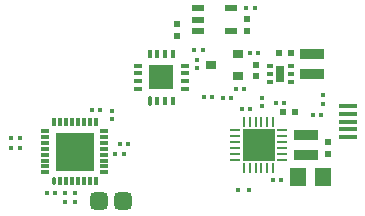
<source format=gtp>
%FSLAX25Y25*%
%MOIN*%
G70*
G01*
G75*
G04 Layer_Color=8421504*
%ADD10R,0.01575X0.01772*%
%ADD11R,0.01772X0.01575*%
%ADD12R,0.08268X0.03543*%
%ADD13R,0.05906X0.01575*%
%ADD14R,0.03150X0.05709*%
%ADD15R,0.01969X0.01378*%
%ADD16R,0.04331X0.02362*%
%ADD17R,0.03740X0.02559*%
%ADD18R,0.03150X0.01575*%
%ADD19R,0.01575X0.03150*%
%ADD20O,0.01575X0.03150*%
%ADD21R,0.08268X0.08268*%
%ADD22R,0.03150X0.01181*%
%ADD23R,0.01181X0.03150*%
%ADD24O,0.01181X0.03150*%
%ADD25R,0.12598X0.12598*%
%ADD26R,0.10630X0.10630*%
%ADD27R,0.03347X0.01102*%
%ADD28R,0.01102X0.03347*%
%ADD29R,0.05315X0.05906*%
%ADD30R,0.02362X0.01969*%
%ADD31R,0.01969X0.02362*%
%ADD32R,0.01181X0.01575*%
G04:AMPARAMS|DCode=33|XSize=59.06mil|YSize=59.06mil|CornerRadius=14.76mil|HoleSize=0mil|Usage=FLASHONLY|Rotation=0.000|XOffset=0mil|YOffset=0mil|HoleType=Round|Shape=RoundedRectangle|*
%AMROUNDEDRECTD33*
21,1,0.05906,0.02953,0,0,0.0*
21,1,0.02953,0.05906,0,0,0.0*
1,1,0.02953,0.01476,-0.01476*
1,1,0.02953,-0.01476,-0.01476*
1,1,0.02953,-0.01476,0.01476*
1,1,0.02953,0.01476,0.01476*
%
%ADD33ROUNDEDRECTD33*%
%ADD34C,0.00800*%
%ADD35C,0.03000*%
%ADD36C,0.01500*%
%ADD37C,0.01000*%
%ADD38C,0.01900*%
%ADD39C,0.01300*%
%ADD40O,0.04331X0.08661*%
%ADD41O,0.04331X0.07087*%
%ADD42C,0.15748*%
%ADD43C,0.05906*%
%ADD44C,0.07000*%
%ADD45C,0.02700*%
%ADD46C,0.02000*%
D10*
X290158Y397441D02*
D03*
Y394685D02*
D03*
X277559Y367126D02*
D03*
Y369882D02*
D03*
X274410Y367126D02*
D03*
Y369882D02*
D03*
X340110Y399035D02*
D03*
Y401791D02*
D03*
X318504Y414370D02*
D03*
Y411614D02*
D03*
X360236Y399803D02*
D03*
Y402559D02*
D03*
D11*
X292717Y386221D02*
D03*
X295472D02*
D03*
X256496Y388189D02*
D03*
X259252D02*
D03*
Y385039D02*
D03*
X256496D02*
D03*
X334842Y431496D02*
D03*
X337598D02*
D03*
X293898Y383071D02*
D03*
X291142D02*
D03*
X320669Y401968D02*
D03*
X323425D02*
D03*
X329724Y401575D02*
D03*
X326969D02*
D03*
X331299Y404724D02*
D03*
X334055D02*
D03*
X336024Y416535D02*
D03*
X338779D02*
D03*
X346488Y374413D02*
D03*
X343732D02*
D03*
X344732Y399913D02*
D03*
X347488D02*
D03*
X335988Y397913D02*
D03*
X333232D02*
D03*
X283268Y397638D02*
D03*
X286024D02*
D03*
X268307Y370079D02*
D03*
X271063D02*
D03*
X359646Y396063D02*
D03*
X356890D02*
D03*
X317520Y417717D02*
D03*
X320276D02*
D03*
D12*
X356693Y409646D02*
D03*
Y416339D02*
D03*
X354610Y382567D02*
D03*
Y389260D02*
D03*
D13*
X368701Y398819D02*
D03*
Y388583D02*
D03*
Y396260D02*
D03*
Y391142D02*
D03*
Y393701D02*
D03*
D14*
X346205Y409717D02*
D03*
D15*
X349748Y407059D02*
D03*
Y409618D02*
D03*
Y412177D02*
D03*
X342661Y407059D02*
D03*
Y409618D02*
D03*
Y412177D02*
D03*
D16*
X329756Y423992D02*
D03*
Y431473D02*
D03*
X318733Y423992D02*
D03*
Y427732D02*
D03*
Y431473D02*
D03*
D17*
X323130Y412598D02*
D03*
X332185Y416339D02*
D03*
Y408858D02*
D03*
D18*
X298579Y404689D02*
D03*
Y407248D02*
D03*
Y409807D02*
D03*
Y412366D02*
D03*
X314327D02*
D03*
Y409807D02*
D03*
Y407248D02*
D03*
Y404689D02*
D03*
D19*
X302614Y416402D02*
D03*
X305173D02*
D03*
X307732D02*
D03*
X310291D02*
D03*
Y400654D02*
D03*
X307732D02*
D03*
X305173D02*
D03*
D20*
X302614D02*
D03*
D21*
X306453Y408528D02*
D03*
D22*
X267842Y376858D02*
D03*
Y378827D02*
D03*
Y380796D02*
D03*
Y382764D02*
D03*
Y384733D02*
D03*
Y386701D02*
D03*
Y388669D02*
D03*
Y390638D02*
D03*
X287527D02*
D03*
Y388669D02*
D03*
Y386701D02*
D03*
Y384733D02*
D03*
Y382764D02*
D03*
Y380796D02*
D03*
Y378827D02*
D03*
Y376858D02*
D03*
D23*
X270795Y393591D02*
D03*
X272764D02*
D03*
X274732D02*
D03*
X276701D02*
D03*
X278669D02*
D03*
X280638D02*
D03*
X282606D02*
D03*
X284575D02*
D03*
Y373906D02*
D03*
X282606D02*
D03*
X280638D02*
D03*
X278669D02*
D03*
X276701D02*
D03*
X274732D02*
D03*
X272764D02*
D03*
D24*
X270795D02*
D03*
D25*
X277685Y383748D02*
D03*
D26*
X338886Y385992D02*
D03*
D27*
X331110Y390913D02*
D03*
Y388945D02*
D03*
Y386976D02*
D03*
Y385008D02*
D03*
Y383039D02*
D03*
Y381071D02*
D03*
X346661D02*
D03*
Y383039D02*
D03*
Y385008D02*
D03*
Y386976D02*
D03*
Y388945D02*
D03*
Y390913D02*
D03*
D28*
X333965Y378217D02*
D03*
X335933D02*
D03*
X337902D02*
D03*
X339870D02*
D03*
X341839D02*
D03*
X343807D02*
D03*
Y393768D02*
D03*
X341839D02*
D03*
X339870D02*
D03*
X337902D02*
D03*
X335933D02*
D03*
X333965D02*
D03*
D29*
X360343Y375413D02*
D03*
X351878D02*
D03*
D30*
X311811Y422441D02*
D03*
Y426378D02*
D03*
X335039Y427953D02*
D03*
Y424016D02*
D03*
X338090Y408858D02*
D03*
Y412795D02*
D03*
X362205Y383071D02*
D03*
Y387008D02*
D03*
D31*
X345693Y416677D02*
D03*
X349630D02*
D03*
X351079Y396913D02*
D03*
X347142D02*
D03*
D32*
X331890Y370866D02*
D03*
X335827D02*
D03*
D33*
X285827Y367323D02*
D03*
X293701D02*
D03*
M02*

</source>
